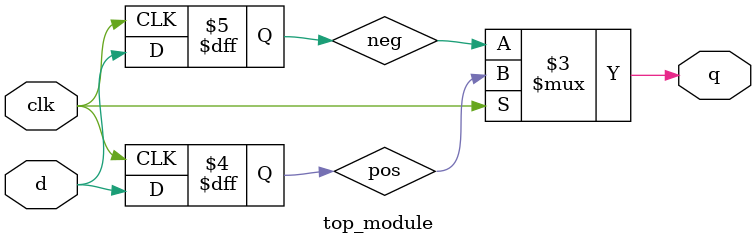
<source format=sv>
module top_module (
    input clk,
    input d,
    output reg q
);
    reg pos, neg;
    always @(negedge clk) begin
        neg <= d;
    end
    
    always @(posedge clk) begin
        pos <= d;
    end
    
    assign q = clk ? pos : neg;

endmodule

</source>
